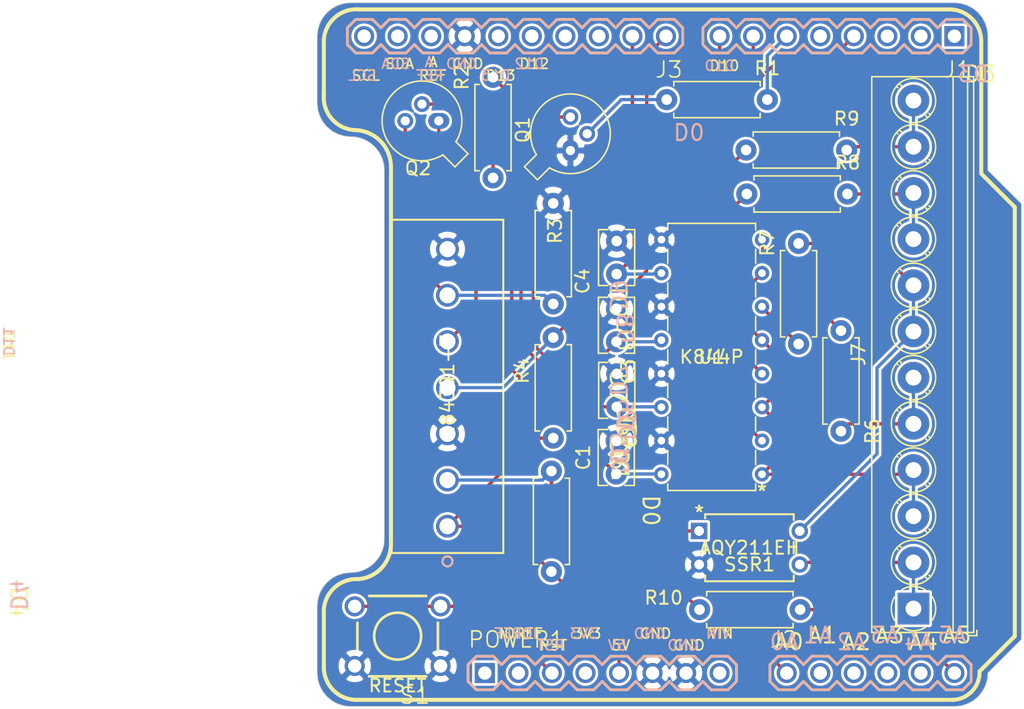
<source format=kicad_pcb>
(kicad_pcb (version 20171130) (host pcbnew "(5.1.5)-3")
  (layers (0 Top signal) (31 Bottom signal) (34 B.Paste user) (35 F.Paste user) (36 B.SilkS user) (37 F.SilkS user) (38 B.Mask user) (39 F.Mask user) (44 Edge.Cuts user))
  (net 0 "")
  (net 1 GND)
  (net 2 /RESET)
  (net 3 /D9)
  (net 4 /D8)
  (net 5 /D7)
  (net 6 /D6)
  (net 7 /D5)
  (net 8 /BOOSTERTACH)
  (net 9 /A5)
  (net 10 /A0)
  (net 11 /BOOSTERCTRL)
  (net 12 /BOOSTER10V)
  (net 13 /24VAC_HEAT)
  (net 14 /24VAC_COOL)
  (net 15 /24VAC_FAN)
  (net 16 /24VAC_HUM)
  (net 17 /24VAC_COM)
  (net 18 "Net-(R10-Pad1)")
  (net 19 /5V)
  (net 20 "Net-(R6-Pad1)")
  (net 21 "Net-(R7-Pad1)")
  (net 22 "Net-(R8-Pad1)")
  (net 23 "Net-(R9-Pad1)")
  (net 24 "Net-(Q1-Pad3)")
  (net 25 "Net-(Q1-Pad2)")
  (net 26 "Net-(Q2-Pad2)")
  (net 27 /D4)
  (net 28 /D2)
  (net 29 /D1_TX)
  (net 30 /D0_RX)
  (net 31 /A4)
  (net 32 /A3)
  (net 33 /A2)
  (net 34 /A1)
  (net 35 /SCL)
  (net 36 /SDA)
  (net 37 /AREF)
  (net 38 /D13_SCK)
  (net 39 /D12_MISO)
  (net 40 /D11_MOSI)
  (net 41 /D10)
  (net 42 /24VAC_PWR)
  (net 43 /VIN)
  (net 44 /3V3)
  (net 45 /IOREF)
  (net 46 /NC)
  (module Resistor_THT:R_Axial_DIN0207_L6.3mm_D2.5mm_P7.62mm_Horizontal (layer Top) (at 161.5 103.19 270)
    (fp_text reference R6 (at 7.62 -2.37 90) (layer F.SilkS))
    (fp_text value 4.7K)
    (pad 2 thru_hole oval (at 7.62 0 270) (size 1.6 1.6) (drill 0.8) (layers *.Cu *.Mask) (net 16 /24VAC_HUM))
    (pad 1 thru_hole circle (at 0 0 270) (size 1.6 1.6) (drill 0.8) (layers *.Cu *.Mask) (net 20 "Net-(R6-Pad1)"))
  )
  (module Package_TO_SOT_THT:TO-18-3 (layer Top) (at 131.04 87.29 180)
    (fp_text reference Q2 (at 1.57 -3.6) (layer F.SilkS))
    (fp_text value 2N2907A)
    (pad 3 thru_hole oval (at 2.54 0 180) (size 1.2 1.2) (drill 0.7) (layers *.Cu *.Mask) (net 11 /BOOSTERCTRL))
    (pad 2 thru_hole oval (at 1.27 1.27 180) (size 1.2 1.2) (drill 0.7) (layers *.Cu *.Mask) (net 26 "Net-(Q2-Pad2)"))
    (pad 1 thru_hole oval (at 0 0 180) (size 1.6 1.2) (drill 0.7) (layers *.Cu *.Mask) (net 12 /BOOSTER10V))
  )
  (module Package_TO_SOT_THT:TO-18-3 (layer Top) (at 141.01 89.54 90)
    (fp_text reference Q1 (at 1.57 -3.6 90) (layer F.SilkS))
    (fp_text value 2N2222A)
    (pad 3 thru_hole oval (at 2.54 0 90) (size 1.2 1.2) (drill 0.7) (layers *.Cu *.Mask) (net 24 "Net-(Q1-Pad3)"))
    (pad 2 thru_hole oval (at 1.27 1.27 90) (size 1.2 1.2) (drill 0.7) (layers *.Cu *.Mask) (net 25 "Net-(Q1-Pad2)"))
    (pad 1 thru_hole oval (at 0 0 90) (size 1.6 1.2) (drill 0.7) (layers *.Cu *.Mask) (net 1 GND))
  )
  (module TerminalBlock_Phoenix:TerminalBlock_Phoenix_PT-1,5-12-3.5-H_1x12_P3.50mm_Horizontal (layer Top) (at 166.99 124.25 90)
    (fp_text reference J7 (at 19.25 -4.16 90) (layer F.SilkS))
    (fp_text value Screw_Terminal_01x12)
    (pad 12 thru_hole circle (at 38.5 0 90) (size 2.4 2.4) (drill 1.2) (layers *.Cu *.Mask) (net 13 /24VAC_HEAT))
    (pad 11 thru_hole circle (at 35 0 90) (size 2.4 2.4) (drill 1.2) (layers *.Cu *.Mask) (net 13 /24VAC_HEAT))
    (pad 10 thru_hole circle (at 31.5 0 90) (size 2.4 2.4) (drill 1.2) (layers *.Cu *.Mask) (net 14 /24VAC_COOL))
    (pad 9 thru_hole circle (at 28 0 90) (size 2.4 2.4) (drill 1.2) (layers *.Cu *.Mask) (net 14 /24VAC_COOL))
    (pad 8 thru_hole circle (at 24.5 0 90) (size 2.4 2.4) (drill 1.2) (layers *.Cu *.Mask) (net 15 /24VAC_FAN))
    (pad 7 thru_hole circle (at 21 0 90) (size 2.4 2.4) (drill 1.2) (layers *.Cu *.Mask) (net 15 /24VAC_FAN))
    (pad 6 thru_hole circle (at 17.5 0 90) (size 2.4 2.4) (drill 1.2) (layers *.Cu *.Mask) (net 16 /24VAC_HUM))
    (pad 5 thru_hole circle (at 14 0 90) (size 2.4 2.4) (drill 1.2) (layers *.Cu *.Mask) (net 16 /24VAC_HUM))
    (pad 4 thru_hole circle (at 10.5 0 90) (size 2.4 2.4) (drill 1.2) (layers *.Cu *.Mask) (net 17 /24VAC_COM))
    (pad 3 thru_hole circle (at 7 0 90) (size 2.4 2.4) (drill 1.2) (layers *.Cu *.Mask) (net 17 /24VAC_COM))
    (pad 2 thru_hole circle (at 3.5 0 90) (size 2.4 2.4) (drill 1.2) (layers *.Cu *.Mask) (net 42 /24VAC_PWR))
    (pad 1 thru_hole rect (at 0 0 90) (size 2.4 2.4) (drill 1.2) (layers *.Cu *.Mask) (net 42 /24VAC_PWR))
  )
  (module Resistor_THT:R_Axial_DIN0207_L6.3mm_D2.5mm_P7.62mm_Horizontal (layer Top) (at 139.57 121.45 90)
    (fp_text reference R0 hide)
    (fp_text value 4.7K)
    (pad 2 thru_hole oval (at 7.62 0 90) (size 1.6 1.6) (drill 0.8) (layers *.Cu *.Mask) (net 10 /A0))
    (pad 1 thru_hole circle (at 0 0 90) (size 1.6 1.6) (drill 0.8) (layers *.Cu *.Mask) (net 19 /5V))
  )
  (module Resistor_THT:R_Axial_DIN0207_L6.3mm_D2.5mm_P7.62mm_Horizontal (layer Top) (at 139.71 111.33 90)
    (fp_text reference R4 (at 5.08 -2.37 90) (layer F.SilkS))
    (fp_text value 5.6k)
    (pad 2 thru_hole oval (at 7.62 0 90) (size 1.6 1.6) (drill 0.8) (layers *.Cu *.Mask) (net 8 /BOOSTERTACH))
    (pad 1 thru_hole circle (at 0 0 90) (size 1.6 1.6) (drill 0.8) (layers *.Cu *.Mask) (net 19 /5V))
  )
  (module Resistor_THT:R_Axial_DIN0207_L6.3mm_D2.5mm_P7.62mm_Horizontal (layer Top) (at 148.3 85.68)
    (fp_text reference R1 (at 7.62 -2.37) (layer F.SilkS))
    (fp_text value 4.7k)
    (pad 2 thru_hole oval (at 7.62 0) (size 1.6 1.6) (drill 0.8) (layers *.Cu *.Mask) (net 7 /D5))
    (pad 1 thru_hole circle (at 0 0) (size 1.6 1.6) (drill 0.8) (layers *.Cu *.Mask) (net 25 "Net-(Q1-Pad2)"))
  )
  (module Resistor_THT:R_Axial_DIN0207_L6.3mm_D2.5mm_P7.62mm_Horizontal (layer Top) (at 135.15 91.61 90)
    (fp_text reference R2 (at 7.62 -2.37 90) (layer F.SilkS))
    (fp_text value 33k)
    (pad 2 thru_hole oval (at 7.62 0 90) (size 1.6 1.6) (drill 0.8) (layers *.Cu *.Mask) (net 24 "Net-(Q1-Pad3)"))
    (pad 1 thru_hole circle (at 0 0 90) (size 1.6 1.6) (drill 0.8) (layers *.Cu *.Mask) (net 26 "Net-(Q2-Pad2)"))
  )
  (module Resistor_THT:R_Axial_DIN0207_L6.3mm_D2.5mm_P7.62mm_Horizontal (layer Top) (at 139.71 93.54 270)
    (fp_text reference R3 (at 2.1 -0.14 90) (layer F.SilkS))
    (fp_text value 15k)
    (pad 2 thru_hole oval (at 7.62 0 270) (size 1.6 1.6) (drill 0.8) (layers *.Cu *.Mask) (net 11 /BOOSTERCTRL))
    (pad 1 thru_hole circle (at 0 0 270) (size 1.6 1.6) (drill 0.8) (layers *.Cu *.Mask) (net 1 GND))
  )
  (module Resistor_THT:R_Axial_DIN0207_L6.3mm_D2.5mm_P7.62mm_Horizontal (layer Top) (at 158.29 104.2 90)
    (fp_text reference R7 (at 7.62 -2.37 90) (layer F.SilkS))
    (fp_text value 4.7K)
    (pad 2 thru_hole oval (at 7.62 0 90) (size 1.6 1.6) (drill 0.8) (layers *.Cu *.Mask) (net 15 /24VAC_FAN))
    (pad 1 thru_hole circle (at 0 0 90) (size 1.6 1.6) (drill 0.8) (layers *.Cu *.Mask) (net 21 "Net-(R7-Pad1)"))
  )
  (module Resistor_THT:R_Axial_DIN0207_L6.3mm_D2.5mm_P7.62mm_Horizontal (layer Top) (at 154.37 92.83)
    (fp_text reference R8 (at 7.62 -2.37) (layer F.SilkS))
    (fp_text value 4.7K)
    (pad 2 thru_hole oval (at 7.62 0) (size 1.6 1.6) (drill 0.8) (layers *.Cu *.Mask) (net 14 /24VAC_COOL))
    (pad 1 thru_hole circle (at 0 0) (size 1.6 1.6) (drill 0.8) (layers *.Cu *.Mask) (net 22 "Net-(R8-Pad1)"))
  )
  (module Resistor_THT:R_Axial_DIN0207_L6.3mm_D2.5mm_P7.62mm_Horizontal (layer Top) (at 154.31 89.5)
    (fp_text reference R9 (at 7.62 -2.37) (layer F.SilkS))
    (fp_text value 4.7K)
    (pad 2 thru_hole oval (at 7.62 0) (size 1.6 1.6) (drill 0.8) (layers *.Cu *.Mask) (net 13 /24VAC_HEAT))
    (pad 1 thru_hole circle (at 0 0) (size 1.6 1.6) (drill 0.8) (layers *.Cu *.Mask) (net 23 "Net-(R9-Pad1)"))
  )
  (module Resistor_THT:R_Axial_DIN0207_L6.3mm_D2.5mm_P7.62mm_Horizontal (layer Top) (at 150.79 124.33)
    (fp_text reference R10 (at -2.72 -0.9) (layer F.SilkS))
    (fp_text value 1k)
    (pad 1 thru_hole circle (at 0 0) (size 1.6 1.6) (drill 0.8) (layers *.Cu *.Mask) (net 18 "Net-(R10-Pad1)"))
    (pad 2 thru_hole oval (at 7.62 0) (size 1.6 1.6) (drill 0.8) (layers *.Cu *.Mask) (net 9 /A5))
  )
  (module footprintsK844P:K844P (layer Top) (at 155.52 114.07 180)
    (fp_text reference U1 (at 3.81 8.89) (layer F.SilkS))
    (fp_text value K844P (at 3.81 8.89) (layer F.SilkS))
    (fp_text user * (at 0 -1.3081) (layer F.SilkS))
    (fp_text user * (at 0 -1.3081) (layer F.SilkS))
    (pad 16 thru_hole circle (at 7.62 0 180) (size 1.0922 1.0922) (drill 0.5842) (layers *.Cu *.Mask) (net 3 /D9))
    (pad 15 thru_hole circle (at 7.62 2.54 180) (size 1.0922 1.0922) (drill 0.5842) (layers *.Cu *.Mask) (net 1 GND))
    (pad 14 thru_hole circle (at 7.62 5.08 180) (size 1.0922 1.0922) (drill 0.5842) (layers *.Cu *.Mask) (net 4 /D8))
    (pad 13 thru_hole circle (at 7.62 7.62 180) (size 1.0922 1.0922) (drill 0.5842) (layers *.Cu *.Mask) (net 1 GND))
    (pad 12 thru_hole circle (at 7.62 10.16 180) (size 1.0922 1.0922) (drill 0.5842) (layers *.Cu *.Mask) (net 5 /D7))
    (pad 11 thru_hole circle (at 7.62 12.7 180) (size 1.0922 1.0922) (drill 0.5842) (layers *.Cu *.Mask) (net 1 GND))
    (pad 10 thru_hole circle (at 7.62 15.24 180) (size 1.0922 1.0922) (drill 0.5842) (layers *.Cu *.Mask) (net 6 /D6))
    (pad 9 thru_hole circle (at 7.62 17.78 180) (size 1.0922 1.0922) (drill 0.5842) (layers *.Cu *.Mask) (net 1 GND))
    (pad 8 thru_hole circle (at 0 17.78 180) (size 1.0922 1.0922) (drill 0.5842) (layers *.Cu *.Mask) (net 20 "Net-(R6-Pad1)"))
    (pad 7 thru_hole circle (at 0 15.24 180) (size 1.0922 1.0922) (drill 0.5842) (layers *.Cu *.Mask) (net 17 /24VAC_COM))
    (pad 6 thru_hole circle (at 0 12.7 180) (size 1.0922 1.0922) (drill 0.5842) (layers *.Cu *.Mask) (net 21 "Net-(R7-Pad1)"))
    (pad 5 thru_hole circle (at 0 10.16 180) (size 1.0922 1.0922) (drill 0.5842) (layers *.Cu *.Mask) (net 17 /24VAC_COM))
    (pad 4 thru_hole circle (at 0 7.62 180) (size 1.0922 1.0922) (drill 0.5842) (layers *.Cu *.Mask) (net 22 "Net-(R8-Pad1)"))
    (pad 3 thru_hole circle (at 0 5.08 180) (size 1.0922 1.0922) (drill 0.5842) (layers *.Cu *.Mask) (net 17 /24VAC_COM))
    (pad 2 thru_hole circle (at 0 2.54 180) (size 1.0922 1.0922) (drill 0.5842) (layers *.Cu *.Mask) (net 23 "Net-(R9-Pad1)"))
    (pad 1 thru_hole circle (at 0 0 180) (size 1.0922 1.0922) (drill 0.5842) (layers *.Cu *.Mask) (net 17 /24VAC_COM))
  )
  (module Capacitor_THT:C_Rect_L4.0mm_W2.5mm_P2.50mm (layer Top) (at 144.52 108.96 90)
    (fp_text reference C2 (at -2.21 1 90) (layer F.SilkS))
    (fp_text value 0.1uF)
    (pad 2 thru_hole circle (at 2.5 0 90) (size 1.6 1.6) (drill 0.8) (layers *.Cu *.Mask) (net 1 GND))
    (pad 1 thru_hole circle (at 0 0 90) (size 1.6 1.6) (drill 0.8) (layers *.Cu *.Mask) (net 4 /D8))
  )
  (module footprints:AQY211EH (layer Top) (at 158.38 120.91)
    (fp_text reference SSR1 (at -3.81 0) (layer F.SilkS))
    (fp_text value AQY211EH (at -3.81 -1.27) (layer F.SilkS))
    (fp_text user * (at -7.62 -3.9243) (layer F.SilkS))
    (pad 4 thru_hole circle (at 0 -2.54) (size 1.2446 1.2446) (drill 0.7366) (layers *.Cu *.Mask) (net 15 /24VAC_FAN))
    (pad 3 thru_hole circle (at 0 0) (size 1.2446 1.2446) (drill 0.7366) (layers *.Cu *.Mask) (net 42 /24VAC_PWR))
    (pad 2 thru_hole circle (at -7.62 0) (size 1.2446 1.2446) (drill 0.7366) (layers *.Cu *.Mask) (net 1 GND))
    (pad 1 thru_hole rect (at -7.62 -2.54) (size 1.2446 1.2446) (drill 0.7366) (layers *.Cu *.Mask) (net 18 "Net-(R10-Pad1)"))
  )
  (module ul_2843917:284391-7 (layer Top) (at 131.7 118.01 90)
    (fp_text reference J4 (at 10.600002 0 90) (layer F.SilkS))
    (fp_text value 284391-7 (at 10.600002 0 90) (layer F.SilkS))
    (fp_text user * (at 0 0 90) (layer F.SilkS))
    (pad 7 thru_hole circle (at 21.000004 0 90) (size 1.7272 1.7272) (drill 1.2192) (layers *.Cu *.Mask) (net 1 GND))
    (pad 6 thru_hole circle (at 17.500003 0 90) (size 1.7272 1.7272) (drill 1.2192) (layers *.Cu *.Mask) (net 11 /BOOSTERCTRL))
    (pad 5 thru_hole circle (at 14.000002 0 90) (size 1.7272 1.7272) (drill 1.2192) (layers *.Cu *.Mask) (net 12 /BOOSTER10V))
    (pad 4 thru_hole circle (at 10.500002 0 90) (size 1.7272 1.7272) (drill 1.2192) (layers *.Cu *.Mask) (net 8 /BOOSTERTACH))
    (pad 3 thru_hole circle (at 7.000001 0 90) (size 1.7272 1.7272) (drill 1.2192) (layers *.Cu *.Mask) (net 1 GND))
    (pad 2 thru_hole circle (at 3.500001 0 90) (size 1.7272 1.7272) (drill 1.2192) (layers *.Cu *.Mask) (net 10 /A0))
    (pad 1 thru_hole circle (at 0 0 90) (size 1.7272 1.7272) (drill 1.2192) (layers *.Cu *.Mask) (net 19 /5V))
  )
  (module Capacitor_THT:C_Rect_L4.0mm_W2.5mm_P2.50mm (layer Top) (at 144.51 98.9 90)
    (fp_text reference C4 (at -0.54 -2.58 90) (layer F.SilkS))
    (fp_text value 0.1uF)
    (pad 2 thru_hole circle (at 2.5 0 90) (size 1.6 1.6) (drill 0.8) (layers *.Cu *.Mask) (net 1 GND))
    (pad 1 thru_hole circle (at 0 0 90) (size 1.6 1.6) (drill 0.8) (layers *.Cu *.Mask) (net 6 /D6))
  )
  (module Capacitor_THT:C_Rect_L4.0mm_W2.5mm_P2.50mm (layer Top) (at 144.5 104.03 90)
    (fp_text reference C3 (at -2.25 0.89 90) (layer F.SilkS))
    (fp_text value 0.1uF)
    (pad 2 thru_hole circle (at 2.5 0 90) (size 1.6 1.6) (drill 0.8) (layers *.Cu *.Mask) (net 1 GND))
    (pad 1 thru_hole circle (at 0 0 90) (size 1.6 1.6) (drill 0.8) (layers *.Cu *.Mask) (net 5 /D7))
  )
  (module Capacitor_THT:C_Rect_L4.0mm_W2.5mm_P2.50mm (layer Top) (at 144.48 114.05 90)
    (fp_text reference C1 (at 1.25 -2.5 90) (layer F.SilkS))
    (fp_text value 0.1uF)
    (pad 2 thru_hole circle (at 2.5 0 90) (size 1.6 1.6) (drill 0.8) (layers *.Cu *.Mask) (net 1 GND))
    (pad 1 thru_hole circle (at 0 0 90) (size 1.6 1.6) (drill 0.8) (layers *.Cu *.Mask) (net 3 /D9))
  )
  (module ProtoShieldShort:1X06 (layer Top) (at 157.3911 129.1336)
    (fp_text reference J2 (at -1.3462 -1.8288) (layer F.SilkS) (effects (font (size 1.2065 1.2065) (thickness 0.127)) (justify left bottom)))
    (fp_text value Analog)
    (pad 6 thru_hole circle (at 12.7 0 90) (size 1.524 1.524) (drill 1.016) (layers *.Cu *.Mask) (net 9 /A5))
    (pad 5 thru_hole circle (at 10.16 0 90) (size 1.524 1.524) (drill 1.016) (layers *.Cu *.Mask) (net 31 /A4))
    (pad 4 thru_hole circle (at 7.62 0 90) (size 1.524 1.524) (drill 1.016) (layers *.Cu *.Mask) (net 32 /A3))
    (pad 3 thru_hole circle (at 5.08 0 90) (size 1.524 1.524) (drill 1.016) (layers *.Cu *.Mask) (net 33 /A2))
    (pad 2 thru_hole circle (at 2.54 0 90) (size 1.524 1.524) (drill 1.016) (layers *.Cu *.Mask) (net 34 /A1))
    (pad 1 thru_hole circle (at 0 0 90) (size 1.524 1.524) (drill 1.016) (layers *.Cu *.Mask) (net 10 /A0))
  )
  (module ProtoShieldShort:1X08 (layer Top) (at 170.0911 80.8736 180)
    (fp_text reference J1 (at -1.3462 -1.8288 180) (layer F.SilkS) (effects (font (size 1.2065 1.2065) (thickness 0.127)) (justify right top)))
    (fp_text value Digital_0_7)
    (pad 8 thru_hole circle (at 17.78 0 270) (size 1.524 1.524) (drill 1.016) (layers *.Cu *.Mask) (net 5 /D7))
    (pad 7 thru_hole circle (at 15.24 0 270) (size 1.524 1.524) (drill 1.016) (layers *.Cu *.Mask) (net 6 /D6))
    (pad 6 thru_hole circle (at 12.7 0 270) (size 1.524 1.524) (drill 1.016) (layers *.Cu *.Mask) (net 7 /D5))
    (pad 5 thru_hole circle (at 10.16 0 270) (size 1.524 1.524) (drill 1.016) (layers *.Cu *.Mask) (net 27 /D4))
    (pad 4 thru_hole circle (at 7.62 0 270) (size 1.524 1.524) (drill 1.016) (layers *.Cu *.Mask) (net 8 /BOOSTERTACH))
    (pad 3 thru_hole circle (at 5.08 0 270) (size 1.524 1.524) (drill 1.016) (layers *.Cu *.Mask) (net 28 /D2))
    (pad 2 thru_hole circle (at 2.54 0 270) (size 1.524 1.524) (drill 1.016) (layers *.Cu *.Mask) (net 29 /D1_TX))
    (pad 1 thru_hole rect (at 0 0 270) (size 1.524 1.524) (drill 1.016) (layers *.Cu *.Mask) (net 30 /D0_RX))
  )
  (module ProtoShieldShort:1X10 (layer Top) (at 148.2471 80.8736 180)
    (fp_text reference J3 (at -1.3462 -1.8288 180) (layer F.SilkS) (effects (font (size 1.2065 1.2065) (thickness 0.127)) (justify right top)))
    (fp_text value Digital_8_13)
    (pad 10 thru_hole circle (at 22.86 0 270) (size 1.524 1.524) (drill 1.016) (layers *.Cu *.Mask) (net 35 /SCL))
    (pad 9 thru_hole circle (at 20.32 0 270) (size 1.524 1.524) (drill 1.016) (layers *.Cu *.Mask) (net 36 /SDA))
    (pad 8 thru_hole circle (at 17.78 0 270) (size 1.524 1.524) (drill 1.016) (layers *.Cu *.Mask) (net 37 /AREF))
    (pad 7 thru_hole circle (at 15.24 0 270) (size 1.524 1.524) (drill 1.016) (layers *.Cu *.Mask) (net 1 GND))
    (pad 6 thru_hole circle (at 12.7 0 270) (size 1.524 1.524) (drill 1.016) (layers *.Cu *.Mask) (net 38 /D13_SCK))
    (pad 5 thru_hole circle (at 10.16 0 270) (size 1.524 1.524) (drill 1.016) (layers *.Cu *.Mask) (net 39 /D12_MISO))
    (pad 4 thru_hole circle (at 7.62 0 270) (size 1.524 1.524) (drill 1.016) (layers *.Cu *.Mask) (net 40 /D11_MOSI))
    (pad 3 thru_hole circle (at 5.08 0 270) (size 1.524 1.524) (drill 1.016) (layers *.Cu *.Mask) (net 41 /D10))
    (pad 2 thru_hole circle (at 2.54 0 270) (size 1.524 1.524) (drill 1.016) (layers *.Cu *.Mask) (net 3 /D9))
    (pad 1 thru_hole circle (at 0 0 270) (size 1.524 1.524) (drill 1.016) (layers *.Cu *.Mask) (net 4 /D8))
  )
  (module ProtoShieldShort:TACTILE-PTH (layer Top) (at 127.9271 126.3396 180)
    (fp_text reference S1 (at -2.54 -3.81 180) (layer F.SilkS) (effects (font (size 1.2065 1.2065) (thickness 0.127)) (justify right top)))
    (fp_text value RESET hide)
    (pad 4 thru_hole circle (at 3.2512 2.2606 180) (size 1.524 1.524) (drill 1.016) (layers *.Cu *.Mask) (net 2 /RESET))
    (pad 3 thru_hole circle (at -3.2512 2.2606 180) (size 1.524 1.524) (drill 1.016) (layers *.Cu *.Mask) (net 2 /RESET))
    (pad 2 thru_hole circle (at 3.2512 -2.2606 180) (size 1.524 1.524) (drill 1.016) (layers *.Cu *.Mask) (net 1 GND))
    (pad 1 thru_hole circle (at -3.2512 -2.2606 180) (size 1.524 1.524) (drill 1.016) (layers *.Cu *.Mask) (net 1 GND))
  )
  (module ProtoShieldShort:1X08 (layer Top) (at 134.5311 129.1336)
    (fp_text reference POWER1 (at -1.3462 -1.8288) (layer F.SilkS) (effects (font (size 1.2065 1.2065) (thickness 0.127)) (justify left bottom)))
    (fp_text value Power)
    (pad 8 thru_hole circle (at 17.78 0 90) (size 1.524 1.524) (drill 1.016) (layers *.Cu *.Mask) (net 43 /VIN))
    (pad 7 thru_hole circle (at 15.24 0 90) (size 1.524 1.524) (drill 1.016) (layers *.Cu *.Mask) (net 1 GND))
    (pad 6 thru_hole circle (at 12.7 0 90) (size 1.524 1.524) (drill 1.016) (layers *.Cu *.Mask) (net 1 GND))
    (pad 5 thru_hole circle (at 10.16 0 90) (size 1.524 1.524) (drill 1.016) (layers *.Cu *.Mask) (net 19 /5V))
    (pad 4 thru_hole circle (at 7.62 0 90) (size 1.524 1.524) (drill 1.016) (layers *.Cu *.Mask) (net 44 /3V3))
    (pad 3 thru_hole circle (at 5.08 0 90) (size 1.524 1.524) (drill 1.016) (layers *.Cu *.Mask) (net 2 /RESET))
    (pad 2 thru_hole circle (at 2.54 0 90) (size 1.524 1.524) (drill 1.016) (layers *.Cu *.Mask) (net 45 /IOREF))
    (pad 1 thru_hole rect (at 0 0 90) (size 1.524 1.524) (drill 1.016) (layers *.Cu *.Mask) (net 46 /NC))
  )
  (gr_text D7 (at 143.9074 108.2571 270) (layer B.SilkS) (effects (font (size 1.2065 1.2065) (thickness 0.1651)) (justify left bottom mirror)))
  (gr_text D7 (at 143.9074 106.2251 270) (layer F.SilkS) (effects (font (size 1.2065 1.2065) (thickness 0.1651)) (justify left bottom)))
  (gr_text D3 (at 170.7751 84.4526) (layer F.SilkS) (effects (font (size 1.2065 1.2065) (thickness 0.1651)) (justify left bottom)))
  (gr_text D1 (at 144.0574 112.1451 270) (layer F.SilkS) (effects (font (size 1.2065 1.2065) (thickness 0.1651)) (justify left bottom)))
  (gr_text D5 (at 143.9074 113.3371 270) (layer B.SilkS) (effects (font (size 1.2065 1.2065) (thickness 0.1651)) (justify left bottom mirror)))
  (gr_text D3 (at 172.8071 84.4526) (layer B.SilkS) (effects (font (size 1.2065 1.2065) (thickness 0.1651)) (justify left bottom mirror)))
  (gr_text D5 (at 143.9074 111.3051 270) (layer F.SilkS) (effects (font (size 1.2065 1.2065) (thickness 0.1651)) (justify left bottom)))
  (gr_text D1 (at 144.0574 114.1771 270) (layer B.SilkS) (effects (font (size 1.2065 1.2065) (thickness 0.1651)) (justify left bottom mirror)))
  (gr_arc (start 124.3711 129.1336) (end 121.8311 129.1336) (angle -90) (layer Edge.Cuts) (width 0.05))
  (gr_line (start 124.3711 131.6736) (end 170.0911 131.6736) (layer Edge.Cuts) (width 0.05))
  (gr_arc (start 170.0911 129.1336) (end 170.0911 131.6736) (angle -90) (layer Edge.Cuts) (width 0.05))
  (gr_line (start 172.6311 129.1336) (end 175.1711 126.5936) (layer Edge.Cuts) (width 0.05))
  (gr_line (start 175.1711 126.5936) (end 175.1711 93.5736) (layer Edge.Cuts) (width 0.05))
  (gr_line (start 175.1711 93.5736) (end 172.6311 91.0336) (layer Edge.Cuts) (width 0.05))
  (gr_line (start 172.6311 91.0336) (end 172.6311 80.8736) (layer Edge.Cuts) (width 0.05))
  (gr_arc (start 170.0911 80.8736) (end 172.6311 80.8736) (angle -90) (layer Edge.Cuts) (width 0.05))
  (gr_line (start 170.0911 78.3336) (end 124.3711 78.3336) (layer Edge.Cuts) (width 0.05))
  (gr_arc (start 124.3711 80.8736) (end 124.3711 78.3336) (angle -90) (layer Edge.Cuts) (width 0.05))
  (gr_line (start 121.8311 80.8736) (end 121.8311 85.9536) (layer Edge.Cuts) (width 0.05))
  (gr_arc (start 124.3711 85.9536) (end 121.8311 85.9536) (angle -90) (layer Edge.Cuts) (width 0.05))
  (gr_arc (start 124.3711 91.0336) (end 124.3711 88.4936) (angle 90) (layer Edge.Cuts) (width 0.05))
  (gr_line (start 126.9111 91.0336) (end 126.9111 118.9736) (layer Edge.Cuts) (width 0.05))
  (gr_arc (start 124.3711 118.9736) (end 126.9111 118.9736) (angle 90) (layer Edge.Cuts) (width 0.05))
  (gr_arc (start 124.3711 124.0536) (end 124.3711 121.5136) (angle -90) (layer Edge.Cuts) (width 0.05))
  (gr_line (start 121.8311 124.0536) (end 121.8311 129.1336) (layer Edge.Cuts) (width 0.05))
  (gr_line (start 171.3611 80.2386) (end 170.7261 79.6036) (layer B.SilkS) (width 0.2032))
  (gr_line (start 170.7261 79.6036) (end 169.4561 79.6036) (layer B.SilkS) (width 0.2032))
  (gr_line (start 169.4561 79.6036) (end 168.8211 80.2386) (layer B.SilkS) (width 0.2032))
  (gr_line (start 168.8211 80.2386) (end 168.1861 79.6036) (layer B.SilkS) (width 0.2032))
  (gr_line (start 168.1861 79.6036) (end 166.9161 79.6036) (layer B.SilkS) (width 0.2032))
  (gr_line (start 166.9161 79.6036) (end 166.2811 80.2386) (layer B.SilkS) (width 0.2032))
  (gr_line (start 166.2811 80.2386) (end 165.6461 79.6036) (layer B.SilkS) (width 0.2032))
  (gr_line (start 165.6461 79.6036) (end 164.3761 79.6036) (layer B.SilkS) (width 0.2032))
  (gr_line (start 164.3761 79.6036) (end 163.7411 80.2386) (layer B.SilkS) (width 0.2032))
  (gr_line (start 163.7411 80.2386) (end 163.1061 79.6036) (layer B.SilkS) (width 0.2032))
  (gr_line (start 163.1061 79.6036) (end 161.8361 79.6036) (layer B.SilkS) (width 0.2032))
  (gr_line (start 161.8361 79.6036) (end 161.2011 80.2386) (layer B.SilkS) (width 0.2032))
  (gr_line (start 161.2011 80.2386) (end 160.5661 79.6036) (layer B.SilkS) (width 0.2032))
  (gr_line (start 160.5661 79.6036) (end 159.2961 79.6036) (layer B.SilkS) (width 0.2032))
  (gr_line (start 159.2961 79.6036) (end 158.6611 80.2386) (layer B.SilkS) (width 0.2032))
  (gr_line (start 158.6611 80.2386) (end 158.0261 79.6036) (layer B.SilkS) (width 0.2032))
  (gr_line (start 158.0261 79.6036) (end 156.7561 79.6036) (layer B.SilkS) (width 0.2032))
  (gr_line (start 156.7561 79.6036) (end 156.1211 80.2386) (layer B.SilkS) (width 0.2032))
  (gr_line (start 156.1211 80.2386) (end 155.4861 79.6036) (layer B.SilkS) (width 0.2032))
  (gr_line (start 155.4861 79.6036) (end 154.2161 79.6036) (layer B.SilkS) (width 0.2032))
  (gr_line (start 154.2161 79.6036) (end 153.5811 80.2386) (layer B.SilkS) (width 0.2032))
  (gr_line (start 153.5811 80.2386) (end 152.9461 79.6036) (layer B.SilkS) (width 0.2032))
  (gr_line (start 152.9461 79.6036) (end 151.6761 79.6036) (layer B.SilkS) (width 0.2032))
  (gr_line (start 151.6761 79.6036) (end 151.0411 80.2386) (layer B.SilkS) (width 0.2032))
  (gr_line (start 151.0411 80.2386) (end 151.0411 81.5086) (layer B.SilkS) (width 0.2032))
  (gr_line (start 151.0411 81.5086) (end 151.6761 82.1436) (layer B.SilkS) (width 0.2032))
  (gr_line (start 151.6761 82.1436) (end 152.9461 82.1436) (layer B.SilkS) (width 0.2032))
  (gr_line (start 152.9461 82.1436) (end 153.5811 81.5086) (layer B.SilkS) (width 0.2032))
  (gr_line (start 153.5811 81.5086) (end 154.2161 82.1436) (layer B.SilkS) (width 0.2032))
  (gr_line (start 154.2161 82.1436) (end 155.4861 82.1436) (layer B.SilkS) (width 0.2032))
  (gr_line (start 155.4861 82.1436) (end 156.1211 81.5086) (layer B.SilkS) (width 0.2032))
  (gr_line (start 156.1211 81.5086) (end 156.7561 82.1436) (layer B.SilkS) (width 0.2032))
  (gr_line (start 156.7561 82.1436) (end 158.0261 82.1436) (layer B.SilkS) (width 0.2032))
  (gr_line (start 158.0261 82.1436) (end 158.6611 81.5086) (layer B.SilkS) (width 0.2032))
  (gr_line (start 158.6611 81.5086) (end 159.2961 82.1436) (layer B.SilkS) (width 0.2032))
  (gr_line (start 159.2961 82.1436) (end 160.5661 82.1436) (layer B.SilkS) (width 0.2032))
  (gr_line (start 160.5661 82.1436) (end 161.2011 81.5086) (layer B.SilkS) (width 0.2032))
  (gr_line (start 161.2011 81.5086) (end 161.8361 82.1436) (layer B.SilkS) (width 0.2032))
  (gr_line (start 161.8361 82.1436) (end 163.1061 82.1436) (layer B.SilkS) (width 0.2032))
  (gr_line (start 163.1061 82.1436) (end 163.7411 81.5086) (layer B.SilkS) (width 0.2032))
  (gr_line (start 163.7411 81.5086) (end 164.3761 82.1436) (layer B.SilkS) (width 0.2032))
  (gr_line (start 164.3761 82.1436) (end 165.6461 82.1436) (layer B.SilkS) (width 0.2032))
  (gr_line (start 165.6461 82.1436) (end 166.2811 81.5086) (layer B.SilkS) (width 0.2032))
  (gr_line (start 166.2811 81.5086) (end 166.9161 82.1436) (layer B.SilkS) (width 0.2032))
  (gr_line (start 166.9161 82.1436) (end 168.1861 82.1436) (layer B.SilkS) (width 0.2032))
  (gr_line (start 168.1861 82.1436) (end 168.8211 81.5086) (layer B.SilkS) (width 0.2032))
  (gr_line (start 168.8211 81.5086) (end 169.4561 82.1436) (layer B.SilkS) (width 0.2032))
  (gr_line (start 169.4561 82.1436) (end 170.7261 82.1436) (layer B.SilkS) (width 0.2032))
  (gr_line (start 170.7261 82.1436) (end 171.3611 81.5086) (layer B.SilkS) (width 0.2032))
  (gr_line (start 171.3611 81.5086) (end 171.3611 80.2386) (layer B.SilkS) (width 0.2032))
  (gr_line (start 149.5171 80.2386) (end 148.8821 79.6036) (layer B.SilkS) (width 0.2032))
  (gr_line (start 148.8821 79.6036) (end 147.6121 79.6036) (layer B.SilkS) (width 0.2032))
  (gr_line (start 147.6121 79.6036) (end 146.9771 80.2386) (layer B.SilkS) (width 0.2032))
  (gr_line (start 146.9771 80.2386) (end 146.3421 79.6036) (layer B.SilkS) (width 0.2032))
  (gr_line (start 146.3421 79.6036) (end 145.0721 79.6036) (layer B.SilkS) (width 0.2032))
  (gr_line (start 145.0721 79.6036) (end 144.4371 80.2386) (layer B.SilkS) (width 0.2032))
  (gr_line (start 144.4371 80.2386) (end 143.8021 79.6036) (layer B.SilkS) (width 0.2032))
  (gr_line (start 143.8021 79.6036) (end 142.5321 79.6036) (layer B.SilkS) (width 0.2032))
  (gr_line (start 142.5321 79.6036) (end 141.8971 80.2386) (layer B.SilkS) (width 0.2032))
  (gr_line (start 141.8971 80.2386) (end 141.2621 79.6036) (layer B.SilkS) (width 0.2032))
  (gr_line (start 141.2621 79.6036) (end 139.9921 79.6036) (layer B.SilkS) (width 0.2032))
  (gr_line (start 139.9921 79.6036) (end 139.3571 80.2386) (layer B.SilkS) (width 0.2032))
  (gr_line (start 139.3571 80.2386) (end 138.7221 79.6036) (layer B.SilkS) (width 0.2032))
  (gr_line (start 138.7221 79.6036) (end 137.4521 79.6036) (layer B.SilkS) (width 0.2032))
  (gr_line (start 137.4521 79.6036) (end 136.8171 80.2386) (layer B.SilkS) (width 0.2032))
  (gr_line (start 136.8171 80.2386) (end 136.1821 79.6036) (layer B.SilkS) (width 0.2032))
  (gr_line (start 136.1821 79.6036) (end 134.9121 79.6036) (layer B.SilkS) (width 0.2032))
  (gr_line (start 134.9121 79.6036) (end 134.2771 80.2386) (layer B.SilkS) (width 0.2032))
  (gr_line (start 134.2771 80.2386) (end 133.6421 79.6036) (layer B.SilkS) (width 0.2032))
  (gr_line (start 133.6421 79.6036) (end 132.3721 79.6036) (layer B.SilkS) (width 0.2032))
  (gr_line (start 132.3721 79.6036) (end 131.7371 80.2386) (layer B.SilkS) (width 0.2032))
  (gr_line (start 131.7371 80.2386) (end 131.1021 79.6036) (layer B.SilkS) (width 0.2032))
  (gr_line (start 131.1021 79.6036) (end 129.8321 79.6036) (layer B.SilkS) (width 0.2032))
  (gr_line (start 129.8321 79.6036) (end 129.1971 80.2386) (layer B.SilkS) (width 0.2032))
  (gr_line (start 129.1971 81.5086) (end 129.8321 82.1436) (layer B.SilkS) (width 0.2032))
  (gr_line (start 129.8321 82.1436) (end 131.1021 82.1436) (layer B.SilkS) (width 0.2032))
  (gr_line (start 131.1021 82.1436) (end 131.7371 81.5086) (layer B.SilkS) (width 0.2032))
  (gr_line (start 131.7371 81.5086) (end 132.3721 82.1436) (layer B.SilkS) (width 0.2032))
  (gr_line (start 132.3721 82.1436) (end 133.6421 82.1436) (layer B.SilkS) (width 0.2032))
  (gr_line (start 133.6421 82.1436) (end 134.2771 81.5086) (layer B.SilkS) (width 0.2032))
  (gr_line (start 134.2771 81.5086) (end 134.9121 82.1436) (layer B.SilkS) (width 0.2032))
  (gr_line (start 134.9121 82.1436) (end 136.1821 82.1436) (layer B.SilkS) (width 0.2032))
  (gr_line (start 136.1821 82.1436) (end 136.8171 81.5086) (layer B.SilkS) (width 0.2032))
  (gr_line (start 136.8171 81.5086) (end 137.4521 82.1436) (layer B.SilkS) (width 0.2032))
  (gr_line (start 137.4521 82.1436) (end 138.7221 82.1436) (layer B.SilkS) (width 0.2032))
  (gr_line (start 138.7221 82.1436) (end 139.3571 81.5086) (layer B.SilkS) (width 0.2032))
  (gr_line (start 139.3571 81.5086) (end 139.9921 82.1436) (layer B.SilkS) (width 0.2032))
  (gr_line (start 139.9921 82.1436) (end 141.2621 82.1436) (layer B.SilkS) (width 0.2032))
  (gr_line (start 141.2621 82.1436) (end 141.8971 81.5086) (layer B.SilkS) (width 0.2032))
  (gr_line (start 141.8971 81.5086) (end 142.5321 82.1436) (layer B.SilkS) (width 0.2032))
  (gr_line (start 142.5321 82.1436) (end 143.8021 82.1436) (layer B.SilkS) (width 0.2032))
  (gr_line (start 143.8021 82.1436) (end 144.4371 81.5086) (layer B.SilkS) (width 0.2032))
  (gr_line (start 144.4371 81.5086) (end 145.0721 82.1436) (layer B.SilkS) (width 0.2032))
  (gr_line (start 145.0721 82.1436) (end 146.3421 82.1436) (layer B.SilkS) (width 0.2032))
  (gr_line (start 146.3421 82.1436) (end 146.9771 81.5086) (layer B.SilkS) (width 0.2032))
  (gr_line (start 146.9771 81.5086) (end 147.6121 82.1436) (layer B.SilkS) (width 0.2032))
  (gr_line (start 147.6121 82.1436) (end 148.8821 82.1436) (layer B.SilkS) (width 0.2032))
  (gr_line (start 148.8821 82.1436) (end 149.5171 81.5086) (layer B.SilkS) (width 0.2032))
  (gr_line (start 149.5171 81.5086) (end 149.5171 80.2386) (layer B.SilkS) (width 0.2032))
  (gr_line (start 171.3611 128.4986) (end 170.7261 127.8636) (layer B.SilkS) (width 0.2032))
  (gr_line (start 170.7261 127.8636) (end 169.4561 127.8636) (layer B.SilkS) (width 0.2032))
  (gr_line (start 169.4561 127.8636) (end 168.8211 128.4986) (layer B.SilkS) (width 0.2032))
  (gr_line (start 168.8211 128.4986) (end 168.1861 127.8636) (layer B.SilkS) (width 0.2032))
  (gr_line (start 168.1861 127.8636) (end 166.9161 127.8636) (layer B.SilkS) (width 0.2032))
  (gr_line (start 166.9161 127.8636) (end 166.2811 128.4986) (layer B.SilkS) (width 0.2032))
  (gr_line (start 166.2811 128.4986) (end 165.6461 127.8636) (layer B.SilkS) (width 0.2032))
  (gr_line (start 165.6461 127.8636) (end 164.3761 127.8636) (layer B.SilkS) (width 0.2032))
  (gr_line (start 164.3761 127.8636) (end 163.7411 128.4986) (layer B.SilkS) (width 0.2032))
  (gr_line (start 163.7411 128.4986) (end 163.1061 127.8636) (layer B.SilkS) (width 0.2032))
  (gr_line (start 163.1061 127.8636) (end 161.8361 127.8636) (layer B.SilkS) (width 0.2032))
  (gr_line (start 161.8361 127.8636) (end 161.2011 128.4986) (layer B.SilkS) (width 0.2032))
  (gr_line (start 161.2011 128.4986) (end 160.5661 127.8636) (layer B.SilkS) (width 0.2032))
  (gr_line (start 160.5661 127.8636) (end 159.2961 127.8636) (layer B.SilkS) (width 0.2032))
  (gr_line (start 159.2961 127.8636) (end 158.6611 128.4986) (layer B.SilkS) (width 0.2032))
  (gr_line (start 158.6611 128.4986) (end 158.0261 127.8636) (layer B.SilkS) (width 0.2032))
  (gr_line (start 158.0261 127.8636) (end 156.7561 127.8636) (layer B.SilkS) (width 0.2032))
  (gr_line (start 156.7561 127.8636) (end 156.1211 128.4986) (layer B.SilkS) (width 0.2032))
  (gr_line (start 156.1211 128.4986) (end 156.1211 129.7686) (layer B.SilkS) (width 0.2032))
  (gr_line (start 156.1211 129.7686) (end 156.7561 130.4036) (layer B.SilkS) (width 0.2032))
  (gr_line (start 156.7561 130.4036) (end 158.0261 130.4036) (layer B.SilkS) (width 0.2032))
  (gr_line (start 158.0261 130.4036) (end 158.6611 129.7686) (layer B.SilkS) (width 0.2032))
  (gr_line (start 158.6611 129.7686) (end 159.2961 130.4036) (layer B.SilkS) (width 0.2032))
  (gr_line (start 159.2961 130.4036) (end 160.5661 130.4036) (layer B.SilkS) (width 0.2032))
  (gr_line (start 160.5661 130.4036) (end 161.2011 129.7686) (layer B.SilkS) (width 0.2032))
  (gr_line (start 161.2011 129.7686) (end 161.8361 130.4036) (layer B.SilkS) (width 0.2032))
  (gr_line (start 161.8361 130.4036) (end 163.1061 130.4036) (layer B.SilkS) (width 0.2032))
  (gr_line (start 163.1061 130.4036) (end 163.7411 129.7686) (layer B.SilkS) (width 0.2032))
  (gr_line (start 163.7411 129.7686) (end 164.3761 130.4036) (layer B.SilkS) (width 0.2032))
  (gr_line (start 164.3761 130.4036) (end 165.6461 130.4036) (layer B.SilkS) (width 0.2032))
  (gr_line (start 165.6461 130.4036) (end 166.2811 129.7686) (layer B.SilkS) (width 0.2032))
  (gr_line (start 166.2811 129.7686) (end 166.9161 130.4036) (layer B.SilkS) (width 0.2032))
  (gr_line (start 166.9161 130.4036) (end 168.1861 130.4036) (layer B.SilkS) (width 0.2032))
  (gr_line (start 168.1861 130.4036) (end 168.8211 129.7686) (layer B.SilkS) (width 0.2032))
  (gr_line (start 168.8211 129.7686) (end 169.4561 130.4036) (layer B.SilkS) (width 0.2032))
  (gr_line (start 169.4561 130.4036) (end 170.7261 130.4036) (layer B.SilkS) (width 0.2032))
  (gr_line (start 170.7261 130.4036) (end 171.3611 129.7686) (layer B.SilkS) (width 0.2032))
  (gr_line (start 171.3611 129.7686) (end 171.3611 128.4986) (layer B.SilkS) (width 0.2032))
  (gr_line (start 153.5811 128.4986) (end 152.9461 127.8636) (layer B.SilkS) (width 0.2032))
  (gr_line (start 152.9461 127.8636) (end 151.6761 127.8636) (layer B.SilkS) (width 0.2032))
  (gr_line (start 151.6761 127.8636) (end 151.0411 128.4986) (layer B.SilkS) (width 0.2032))
  (gr_line (start 151.0411 128.4986) (end 150.4061 127.8636) (layer B.SilkS) (width 0.2032))
  (gr_line (start 150.4061 127.8636) (end 149.1361 127.8636) (layer B.SilkS) (width 0.2032))
  (gr_line (start 149.1361 127.8636) (end 148.5011 128.4986) (layer B.SilkS) (width 0.2032))
  (gr_line (start 148.5011 128.4986) (end 147.8661 127.8636) (layer B.SilkS) (width 0.2032))
  (gr_line (start 147.8661 127.8636) (end 146.5961 127.8636) (layer B.SilkS) (width 0.2032))
  (gr_line (start 146.5961 127.8636) (end 145.9611 128.4986) (layer B.SilkS) (width 0.2032))
  (gr_line (start 145.9611 128.4986) (end 145.3261 127.8636) (layer B.SilkS) (width 0.2032))
  (gr_line (start 145.3261 127.8636) (end 144.0561 127.8636) (layer B.SilkS) (width 0.2032))
  (gr_line (start 144.0561 127.8636) (end 143.4211 128.4986) (layer B.SilkS) (width 0.2032))
  (gr_line (start 143.4211 128.4986) (end 142.7861 127.8636) (layer B.SilkS) (width 0.2032))
  (gr_line (start 142.7861 127.8636) (end 141.5161 127.8636) (layer B.SilkS) (width 0.2032))
  (gr_line (start 141.5161 127.8636) (end 140.8811 128.4986) (layer B.SilkS) (width 0.2032))
  (gr_line (start 140.8811 128.4986) (end 140.2461 127.8636) (layer B.SilkS) (width 0.2032))
  (gr_line (start 140.2461 127.8636) (end 138.9761 127.8636) (layer B.SilkS) (width 0.2032))
  (gr_line (start 138.9761 127.8636) (end 138.3411 128.4986) (layer B.SilkS) (width 0.2032))
  (gr_line (start 138.3411 129.7686) (end 138.9761 130.4036) (layer B.SilkS) (width 0.2032))
  (gr_line (start 138.9761 130.4036) (end 140.2461 130.4036) (layer B.SilkS) (width 0.2032))
  (gr_line (start 140.2461 130.4036) (end 140.8811 129.7686) (layer B.SilkS) (width 0.2032))
  (gr_line (start 140.8811 129.7686) (end 141.5161 130.4036) (layer B.SilkS) (width 0.2032))
  (gr_line (start 141.5161 130.4036) (end 142.7861 130.4036) (layer B.SilkS) (width 0.2032))
  (gr_line (start 142.7861 130.4036) (end 143.4211 129.7686) (layer B.SilkS) (width 0.2032))
  (gr_line (start 143.4211 129.7686) (end 144.0561 130.4036) (layer B.SilkS) (width 0.2032))
  (gr_line (start 144.0561 130.4036) (end 145.3261 130.4036) (layer B.SilkS) (width 0.2032))
  (gr_line (start 145.3261 130.4036) (end 145.9611 129.7686) (layer B.SilkS) (width 0.2032))
  (gr_line (start 145.9611 129.7686) (end 146.5961 130.4036) (layer B.SilkS) (width 0.2032))
  (gr_line (start 146.5961 130.4036) (end 147.8661 130.4036) (layer B.SilkS) (width 0.2032))
  (gr_line (start 147.8661 130.4036) (end 148.5011 129.7686) (layer B.SilkS) (width 0.2032))
  (gr_line (start 148.5011 129.7686) (end 149.1361 130.4036) (layer B.SilkS) (width 0.2032))
  (gr_line (start 149.1361 130.4036) (end 150.4061 130.4036) (layer B.SilkS) (width 0.2032))
  (gr_line (start 150.4061 130.4036) (end 151.0411 129.7686) (layer B.SilkS) (width 0.2032))
  (gr_line (start 151.0411 129.7686) (end 151.6761 130.4036) (layer B.SilkS) (width 0.2032))
  (gr_line (start 151.6761 130.4036) (end 152.9461 130.4036) (layer B.SilkS) (width 0.2032))
  (gr_line (start 152.9461 130.4036) (end 153.5811 129.7686) (layer B.SilkS) (width 0.2032))
  (gr_line (start 153.5811 129.7686) (end 153.5811 128.4986) (layer B.SilkS) (width 0.2032))
  (gr_line (start 125.0061 78.8416) (end 169.7101 78.8416) (layer F.SilkS) (width 0.3048))
  (gr_line (start 172.1231 91.2876) (end 172.1231 81.2546) (layer F.SilkS) (width 0.3048))
  (gr_arc (start 169.7103 81.2544) (end 172.1231 81.2546) (angle -90.009499) (layer F.SilkS) (width 0.3048))
  (gr_arc (start 124.8156 81.3181) (end 122.3391 81.1276) (angle 90) (layer F.SilkS) (width 0.3048))
  (gr_arc (start 124.8156 128.6891) (end 122.3391 128.7526) (angle -90) (layer F.SilkS) (width 0.3048))
  (gr_line (start 124.8791 131.1656) (end 169.9641 131.1656) (layer F.SilkS) (width 0.3048))
  (gr_line (start 174.6631 126.3396) (end 174.6631 93.8276) (layer F.SilkS) (width 0.3048))
  (gr_line (start 174.6631 126.3396) (end 171.9961 129.0066) (layer F.SilkS) (width 0.3048))
  (gr_arc (start 169.9006 129.0701) (end 171.9961 129.0066) (angle 90) (layer F.SilkS) (width 0.3048))
  (gr_line (start 174.6631 93.8276) (end 172.1231 91.2876) (layer F.SilkS) (width 0.3048))
  (gr_text RESET (at 125.6411 130.6576) (layer F.SilkS) (effects (font (size 0.9652 0.9652) (thickness 0.1524)) (justify left bottom)))
  (gr_text RST (at 138.5951 127.4826) (layer F.SilkS) (effects (font (size 0.77216 0.77216) (thickness 0.12192)) (justify left bottom)))
  (gr_text 3V3 (at 141.1351 126.5936) (layer F.SilkS) (effects (font (size 0.77216 0.77216) (thickness 0.12192)) (justify left bottom)))
  (gr_text 5V (at 144.0561 127.4826) (layer F.SilkS) (effects (font (size 0.77216 0.77216) (thickness 0.12192)) (justify left bottom)))
  (gr_text GND (at 146.2151 126.5936) (layer F.SilkS) (effects (font (size 0.77216 0.77216) (thickness 0.12192)) (justify left bottom)))
  (gr_text GND (at 148.7551 127.4826) (layer F.SilkS) (effects (font (size 0.77216 0.77216) (thickness 0.12192)) (justify left bottom)))
  (gr_text VIN (at 151.4221 126.5936) (layer F.SilkS) (effects (font (size 0.77216 0.77216) (thickness 0.12192)) (justify left bottom)))
  (gr_text A0 (at 156.3751 127.4826) (layer F.SilkS) (effects (font (size 1.2065 1.2065) (thickness 0.1651)) (justify left bottom)))
  (gr_text A1 (at 158.9151 126.9746) (layer F.SilkS) (effects (font (size 1.2065 1.2065) (thickness 0.1651)) (justify left bottom)))
  (gr_text A2 (at 161.4551 127.4826) (layer F.SilkS) (effects (font (size 1.2065 1.2065) (thickness 0.1651)) (justify left bottom)))
  (gr_text A3 (at 163.9951 126.9746) (layer F.SilkS) (effects (font (size 1.2065 1.2065) (thickness 0.1651)) (justify left bottom)))
  (gr_text A4 (at 166.5351 127.4826) (layer F.SilkS) (effects (font (size 1.2065 1.2065) (thickness 0.1651)) (justify left bottom)))
  (gr_text A5 (at 169.0751 126.9746) (layer F.SilkS) (effects (font (size 1.2065 1.2065) (thickness 0.1651)) (justify left bottom)))
  (gr_text D0 (at 146.3954 115.5351 270) (layer F.SilkS) (effects (font (size 1.2065 1.2065) (thickness 0.1651)) (justify left bottom)))
  (gr_text D2 (at 144.5654 109.6051 270) (layer F.SilkS) (effects (font (size 1.2065 1.2065) (thickness 0.1651)) (justify left bottom)))
  (gr_text D4 (at 98.5154 122.4651 270) (layer F.SilkS) (effects (font (size 1.2065 1.2065) (thickness 0.1651)) (justify left bottom)))
  (gr_text D6 (at 144.4154 108.7651 270) (layer F.SilkS) (effects (font (size 1.2065 1.2065) (thickness 0.1651)) (justify left bottom)))
  (gr_text D8 (at 144.4154 102.2881 270) (layer F.SilkS) (effects (font (size 1.2065 1.2065) (thickness 0.1651)) (justify left bottom)))
  (gr_text D9 (at 143.9074 99.7481 270) (layer F.SilkS) (effects (font (size 1.2065 1.2065) (thickness 0.1651)) (justify left bottom)))
  (gr_text D10 (at 151.4711 83.5636) (layer F.SilkS) (effects (font (size 0.77216 0.77216) (thickness 0.12192)) (justify left bottom)))
  (gr_text D11 (at 98.0074 103.1611 270) (layer F.SilkS) (effects (font (size 0.77216 0.77216) (thickness 0.12192)) (justify left bottom)))
  (gr_text D12 (at 137.0711 83.4136) (layer F.SilkS) (effects (font (size 0.77216 0.77216) (thickness 0.12192)) (justify left bottom)))
  (gr_text D13 (at 134.5311 84.3026) (layer F.SilkS) (effects (font (size 0.77216 0.77216) (thickness 0.12192)) (justify left bottom)))
  (gr_text REF (at 129.4511 84.3026) (layer F.SilkS) (effects (font (size 0.77216 0.77216) (thickness 0.12192)) (justify left bottom)))
  (gr_text A (at 130.2131 83.2866) (layer F.SilkS) (effects (font (size 0.77216 0.77216) (thickness 0.12192)) (justify left bottom)))
  (gr_text GND (at 131.9911 83.4136) (layer F.SilkS) (effects (font (size 0.77216 0.77216) (thickness 0.12192)) (justify left bottom)))
  (gr_text VIN (at 153.2001 126.5936) (layer B.SilkS) (effects (font (size 0.77216 0.77216) (thickness 0.12192)) (justify left bottom mirror)))
  (gr_text GND (at 150.7871 127.4826) (layer B.SilkS) (effects (font (size 0.77216 0.77216) (thickness 0.12192)) (justify left bottom mirror)))
  (gr_text GND (at 148.2471 126.5936) (layer B.SilkS) (effects (font (size 0.77216 0.77216) (thickness 0.12192)) (justify left bottom mirror)))
  (gr_text 5V (at 145.3261 127.4826) (layer B.SilkS) (effects (font (size 0.77216 0.77216) (thickness 0.12192)) (justify left bottom mirror)))
  (gr_text 3V3 (at 143.1671 126.5936) (layer B.SilkS) (effects (font (size 0.77216 0.77216) (thickness 0.12192)) (justify left bottom mirror)))
  (gr_text RST (at 140.6271 127.4826) (layer B.SilkS) (effects (font (size 0.77216 0.77216) (thickness 0.12192)) (justify left bottom mirror)))
  (gr_text REF (at 131.4831 84.3026) (layer B.SilkS) (effects (font (size 0.77216 0.77216) (thickness 0.12192)) (justify left bottom mirror)))
  (gr_text A (at 130.7211 83.2866) (layer B.SilkS) (effects (font (size 0.77216 0.77216) (thickness 0.12192)) (justify left bottom mirror)))
  (gr_text GND (at 134.0231 83.4136) (layer B.SilkS) (effects (font (size 0.77216 0.77216) (thickness 0.12192)) (justify left bottom mirror)))
  (gr_text D13 (at 136.5631 84.3026) (layer B.SilkS) (effects (font (size 0.77216 0.77216) (thickness 0.12192)) (justify left bottom mirror)))
  (gr_text D12 (at 139.1031 83.4136) (layer B.SilkS) (effects (font (size 0.77216 0.77216) (thickness 0.12192)) (justify left bottom mirror)))
  (gr_text D11 (at 98.0074 105.1931 270) (layer B.SilkS) (effects (font (size 0.77216 0.77216) (thickness 0.12192)) (justify left bottom mirror)))
  (gr_text D10 (at 153.5031 83.5636) (layer B.SilkS) (effects (font (size 0.77216 0.77216) (thickness 0.12192)) (justify left bottom mirror)))
  (gr_text D9 (at 143.9074 101.7801 270) (layer B.SilkS) (effects (font (size 1.2065 1.2065) (thickness 0.1651)) (justify left bottom mirror)))
  (gr_text D8 (at 144.4154 104.3201 270) (layer B.SilkS) (effects (font (size 1.2065 1.2065) (thickness 0.1651)) (justify left bottom mirror)))
  (gr_text D6 (at 144.4154 110.7971 270) (layer B.SilkS) (effects (font (size 1.2065 1.2065) (thickness 0.1651)) (justify left bottom mirror)))
  (gr_text D4 (at 98.5154 124.4971 270) (layer B.SilkS) (effects (font (size 1.2065 1.2065) (thickness 0.1651)) (justify left bottom mirror)))
  (gr_text D2 (at 144.5654 111.6371 270) (layer B.SilkS) (effects (font (size 1.2065 1.2065) (thickness 0.1651)) (justify left bottom mirror)))
  (gr_text D0 (at 148.7029 87.3754 180) (layer B.SilkS) (effects (font (size 1.2065 1.2065) (thickness 0.1651)) (justify left bottom mirror)))
  (gr_text A4 (at 168.5671 127.4826) (layer B.SilkS) (effects (font (size 1.2065 1.2065) (thickness 0.1651)) (justify left bottom mirror)))
  (gr_text A3 (at 166.0271 126.9746) (layer B.SilkS) (effects (font (size 1.2065 1.2065) (thickness 0.1651)) (justify left bottom mirror)))
  (gr_text A2 (at 163.4871 127.4826) (layer B.SilkS) (effects (font (size 1.2065 1.2065) (thickness 0.1651)) (justify left bottom mirror)))
  (gr_text A1 (at 160.9471 126.9746) (layer B.SilkS) (effects (font (size 1.2065 1.2065) (thickness 0.1651)) (justify left bottom mirror)))
  (gr_text A0 (at 158.4071 127.4826) (layer B.SilkS) (effects (font (size 1.2065 1.2065) (thickness 0.1651)) (justify left bottom mirror)))
  (gr_text A5 (at 171.1071 126.9746) (layer B.SilkS) (effects (font (size 1.2065 1.2065) (thickness 0.1651)) (justify left bottom mirror)))
  (gr_arc (start 124.8156 85.5091) (end 124.6251 87.9856) (angle 90) (layer F.SilkS) (width 0.3048))
  (gr_arc (start 124.8156 124.4981) (end 122.3391 124.3076) (angle 90) (layer F.SilkS) (width 0.3048))
  (gr_line (start 122.3391 81.1276) (end 122.3391 85.4456) (layer F.SilkS) (width 0.3048))
  (gr_line (start 127.4191 90.7796) (end 127.4191 119.2276) (layer F.SilkS) (width 0.3048))
  (gr_line (start 122.3391 124.3076) (end 122.3391 128.8796) (layer F.SilkS) (width 0.3048))
  (gr_arc (start 124.7521 119.3546) (end 124.8791 122.0216) (angle -90) (layer F.SilkS) (width 0.3048))
  (gr_arc (start 124.6251 90.7796) (end 124.6251 87.9856) (angle 90) (layer F.SilkS) (width 0.3048))
  (gr_line (start 133.2611 128.4986) (end 133.2611 129.7686) (layer B.SilkS) (width 0.2032))
  (gr_line (start 133.2611 129.7686) (end 133.8961 130.4036) (layer B.SilkS) (width 0.2032))
  (gr_line (start 135.8011 129.7686) (end 136.4361 130.4036) (layer B.SilkS) (width 0.2032))
  (gr_line (start 137.7061 130.4036) (end 138.3411 129.7686) (layer B.SilkS) (width 0.2032))
  (gr_line (start 135.1661 130.4036) (end 135.8011 129.7686) (layer B.SilkS) (width 0.2032))
  (gr_line (start 133.8961 130.4036) (end 135.1661 130.4036) (layer B.SilkS) (width 0.2032))
  (gr_line (start 136.4361 130.4036) (end 137.7061 130.4036) (layer B.SilkS) (width 0.2032))
  (gr_line (start 133.8961 127.8636) (end 133.2611 128.4986) (layer B.SilkS) (width 0.2032))
  (gr_line (start 135.8011 128.4986) (end 135.1661 127.8636) (layer B.SilkS) (width 0.2032))
  (gr_line (start 136.4361 127.8636) (end 135.8011 128.4986) (layer B.SilkS) (width 0.2032))
  (gr_line (start 138.3411 128.4986) (end 137.7061 127.8636) (layer B.SilkS) (width 0.2032))
  (gr_line (start 137.7061 127.8636) (end 136.4361 127.8636) (layer B.SilkS) (width 0.2032))
  (gr_line (start 135.1661 127.8636) (end 133.8961 127.8636) (layer B.SilkS) (width 0.2032))
  (gr_text IOREF (at 138.5951 126.5936) (layer B.SilkS) (effects (font (size 0.77216 0.77216) (thickness 0.12192)) (justify left bottom mirror)))
  (gr_line (start 124.1171 80.2386) (end 124.1171 81.5086) (layer B.SilkS) (width 0.2032))
  (gr_line (start 124.7521 79.6036) (end 124.1171 80.2386) (layer B.SilkS) (width 0.2032))
  (gr_line (start 126.6571 80.2386) (end 126.0221 79.6036) (layer B.SilkS) (width 0.2032))
  (gr_line (start 127.2921 79.6036) (end 126.6571 80.2386) (layer B.SilkS) (width 0.2032))
  (gr_line (start 129.1971 80.2386) (end 128.5621 79.6036) (layer B.SilkS) (width 0.2032))
  (gr_line (start 126.0221 79.6036) (end 124.7521 79.6036) (layer B.SilkS) (width 0.2032))
  (gr_line (start 128.5621 79.6036) (end 127.2921 79.6036) (layer B.SilkS) (width 0.2032))
  (gr_line (start 124.1171 81.5086) (end 124.7521 82.1436) (layer B.SilkS) (width 0.2032))
  (gr_line (start 126.0221 82.1436) (end 126.6571 81.5086) (layer B.SilkS) (width 0.2032))
  (gr_line (start 126.6571 81.5086) (end 127.2921 82.1436) (layer B.SilkS) (width 0.2032))
  (gr_line (start 124.7521 82.1436) (end 126.0221 82.1436) (layer B.SilkS) (width 0.2032))
  (gr_line (start 128.5621 82.1436) (end 129.1971 81.5086) (layer B.SilkS) (width 0.2032))
  (gr_line (start 127.2921 82.1436) (end 128.5621 82.1436) (layer B.SilkS) (width 0.2032))
  (gr_text SDA (at 128.9431 83.4136) (layer B.SilkS) (effects (font (size 0.77216 0.77216) (thickness 0.12192)) (justify left bottom mirror)))
  (gr_text SCL (at 126.4031 84.3026) (layer B.SilkS) (effects (font (size 0.77216 0.77216) (thickness 0.12192)) (justify left bottom mirror)))
  (gr_text SDA (at 126.9111 83.4136) (layer F.SilkS) (effects (font (size 0.77216 0.77216) (thickness 0.12192)) (justify left bottom)))
  (gr_text SCL (at 124.3711 84.3026) (layer F.SilkS) (effects (font (size 0.77216 0.77216) (thickness 0.12192)) (justify left bottom)))
  (gr_text IOREF (at 135.5471 126.5936) (layer F.SilkS) (effects (font (size 0.77216 0.77216) (thickness 0.12192)) (justify left bottom)))
  (segment (start 134.5565 124.079) (end 139.6111 129.1336) (width 0.25) (layer Top) (net 2))
  (segment (start 131.1783 124.079) (end 134.5565 124.079) (width 0.25) (layer Top) (net 2))
  (segment (start 124.6759 124.079) (end 131.1783 124.079) (width 0.25) (layer Top) (net 2))
  (segment (start 147.88 114.05) (end 147.9 114.07) (width 0.25) (layer Bottom) (net 3))
  (segment (start 144.48 114.05) (end 147.88 114.05) (width 0.25) (layer Bottom) (net 3))
  (segment (start 145.7071 89.7829) (end 145.7071 80.8736) (width 0.25) (layer Top) (net 3))
  (segment (start 136.57 98.92) (end 145.7071 89.7829) (width 0.25) (layer Top) (net 3))
  (segment (start 144.48 114.05) (end 136.57 106.14) (width 0.25) (layer Top) (net 3))
  (segment (start 136.57 106.14) (end 136.57 98.92) (width 0.25) (layer Top) (net 3))
  (segment (start 147.87 108.96) (end 147.9 108.99) (width 0.25) (layer Bottom) (net 4))
  (segment (start 144.52 108.96) (end 147.87 108.96) (width 0.25) (layer Bottom) (net 4))
  (segment (start 146.79 82.3307) (end 146.79 89.54) (width 0.25) (layer Top) (net 4))
  (segment (start 142.03 108.96) (end 144.52 108.96) (width 0.25) (layer Top) (net 4))
  (segment (start 137.27 104.2) (end 142.03 108.96) (width 0.25) (layer Top) (net 4))
  (segment (start 146.79 89.54) (end 137.27 99.06) (width 0.25) (layer Top) (net 4))
  (segment (start 148.2471 80.8736) (end 146.79 82.3307) (width 0.25) (layer Top) (net 4))
  (segment (start 137.27 99.06) (end 137.27 104.2) (width 0.25) (layer Top) (net 4))
  (segment (start 147.78 104.03) (end 147.9 103.91) (width 0.25) (layer Bottom) (net 5))
  (segment (start 144.5 104.03) (end 147.78 104.03) (width 0.25) (layer Bottom) (net 5))
  (segment (start 138.2 99.07) (end 138.2 104.25) (width 0.25) (layer Top) (net 5))
  (segment (start 152.3111 84.9589) (end 138.2 99.07) (width 0.25) (layer Top) (net 5))
  (segment (start 152.3111 80.8736) (end 152.3111 84.9589) (width 0.25) (layer Top) (net 5))
  (segment (start 139.4 105.45) (end 143.08 105.45) (width 0.25) (layer Top) (net 5))
  (segment (start 138.2 104.25) (end 139.4 105.45) (width 0.25) (layer Top) (net 5))
  (segment (start 143.08 105.45) (end 144.5 104.03) (width 0.25) (layer Top) (net 5))
  (segment (start 147.83 98.9) (end 147.9 98.83) (width 0.25) (layer Bottom) (net 6))
  (segment (start 144.51 98.9) (end 147.83 98.9) (width 0.25) (layer Bottom) (net 6))
  (segment (start 144.51 98.9) (end 145.84 97.57) (width 0.25) (layer Top) (net 6))
  (segment (start 145.84 97.57) (end 145.84 92.63) (width 0.25) (layer Top) (net 6))
  (segment (start 145.84 92.63) (end 154.8511 83.6189) (width 0.25) (layer Top) (net 6))
  (segment (start 154.8511 83.6189) (end 154.8511 80.8736) (width 0.25) (layer Top) (net 6))
  (segment (start 155.92 82.3447) (end 157.3911 80.8736) (width 0.25) (layer Bottom) (net 7))
  (segment (start 155.92 85.68) (end 155.92 82.3447) (width 0.25) (layer Bottom) (net 7))
  (segment (start 135.910002 107.509998) (end 139.71 103.71) (width 0.25) (layer Bottom) (net 8))
  (segment (start 131.7 107.509998) (end 135.910002 107.509998) (width 0.25) (layer Bottom) (net 8))
  (segment (start 162.4711 80.8736) (end 161.0147 82.33) (width 0.25) (layer Top) (net 8))
  (segment (start 145.26 100.18) (end 143.24 100.18) (width 0.25) (layer Top) (net 8))
  (segment (start 161.0147 82.33) (end 161 82.33) (width 0.25) (layer Top) (net 8))
  (segment (start 161 82.33) (end 160.48 82.85) (width 0.25) (layer Top) (net 8))
  (segment (start 160.48 82.85) (end 156.6 82.85) (width 0.25) (layer Top) (net 8))
  (segment (start 156.6 82.85) (end 146.77 92.68) (width 0.25) (layer Top) (net 8))
  (segment (start 146.77 92.68) (end 146.77 98.67) (width 0.25) (layer Top) (net 8))
  (segment (start 146.77 98.67) (end 145.26 100.18) (width 0.25) (layer Top) (net 8))
  (segment (start 143.24 100.18) (end 139.71 103.71) (width 0.25) (layer Top) (net 8))
  (segment (start 168.1875 127.23) (end 170.0911 129.1336) (width 0.25) (layer Top) (net 9))
  (segment (start 158.41 124.33) (end 159.54137 124.33) (width 0.25) (layer Top) (net 9))
  (segment (start 162.44137 127.23) (end 168.1875 127.23) (width 0.25) (layer Top) (net 9))
  (segment (start 159.54137 124.33) (end 162.44137 127.23) (width 0.25) (layer Top) (net 9))
  (segment (start 157.3911 129.1336) (end 155.0975 126.84) (width 0.25) (layer Top) (net 10))
  (segment (start 155.0975 126.84) (end 150.35 126.84) (width 0.25) (layer Top) (net 10))
  (segment (start 139.57 116.06) (end 139.57 113.83) (width 0.25) (layer Top) (net 10))
  (segment (start 150.35 126.84) (end 139.57 116.06) (width 0.25) (layer Top) (net 10))
  (segment (start 138.890001 114.509999) (end 139.57 113.83) (width 0.25) (layer Bottom) (net 10))
  (segment (start 131.7 114.509999) (end 138.890001 114.509999) (width 0.25) (layer Bottom) (net 10))
  (segment (start 139.059997 100.509997) (end 139.71 101.16) (width 0.25) (layer Bottom) (net 11))
  (segment (start 131.7 100.509997) (end 139.059997 100.509997) (width 0.25) (layer Bottom) (net 11))
  (segment (start 128.5 97.309997) (end 131.7 100.509997) (width 0.25) (layer Top) (net 11))
  (segment (start 128.5 87.29) (end 128.5 97.309997) (width 0.25) (layer Top) (net 11))
  (segment (start 131.04 91.54) (end 131.04 87.29) (width 0.25) (layer Top) (net 12))
  (segment (start 133.86 94.36) (end 131.04 91.54) (width 0.25) (layer Top) (net 12))
  (segment (start 131.7 104.009998) (end 133.86 101.849998) (width 0.25) (layer Top) (net 12))
  (segment (start 133.86 101.849998) (end 133.86 94.36) (width 0.25) (layer Top) (net 12))
  (segment (start 166.99 85.75) (end 166.99 89.25) (width 0.25) (layer Bottom) (net 13))
  (segment (start 162.18 89.25) (end 161.93 89.5) (width 0.25) (layer Top) (net 13))
  (segment (start 166.99 89.25) (end 162.18 89.25) (width 0.25) (layer Top) (net 13))
  (segment (start 166.99 92.75) (end 166.99 96.25) (width 0.25) (layer Bottom) (net 14))
  (segment (start 166.91 92.83) (end 166.99 92.75) (width 0.25) (layer Top) (net 14))
  (segment (start 161.99 92.83) (end 166.91 92.83) (width 0.25) (layer Top) (net 14))
  (segment (start 166.99 99.75) (end 166.99 103.25) (width 0.25) (layer Bottom) (net 15))
  (segment (start 163.82 96.58) (end 158.29 96.58) (width 0.25) (layer Top) (net 15))
  (segment (start 166.99 99.75) (end 163.82 96.58) (width 0.25) (layer Top) (net 15))
  (segment (start 164.23 112.52) (end 158.38 118.37) (width 0.25) (layer Bottom) (net 15))
  (segment (start 166.99 103.25) (end 164.23 106.01) (width 0.25) (layer Bottom) (net 15))
  (segment (start 164.23 106.01) (end 164.23 112.52) (width 0.25) (layer Bottom) (net 15))
  (segment (start 166.99 106.75) (end 166.99 110.25) (width 0.25) (layer Bottom) (net 16))
  (segment (start 162.06 110.25) (end 161.5 110.81) (width 0.25) (layer Top) (net 16))
  (segment (start 166.99 110.25) (end 162.06 110.25) (width 0.25) (layer Top) (net 16))
  (segment (start 166.99 113.75) (end 166.99 117.25) (width 0.25) (layer Bottom) (net 17))
  (segment (start 155.52 98.83) (end 154.3 100.05) (width 0.25) (layer Top) (net 17))
  (segment (start 154.3 102.69) (end 155.52 103.91) (width 0.25) (layer Top) (net 17))
  (segment (start 154.3 100.05) (end 154.3 102.69) (width 0.25) (layer Top) (net 17))
  (segment (start 155.52 103.91) (end 156.8 105.19) (width 0.25) (layer Top) (net 17))
  (segment (start 156.8 107.71) (end 155.52 108.99) (width 0.25) (layer Top) (net 17))
  (segment (start 156.8 105.19) (end 156.8 107.71) (width 0.25) (layer Top) (net 17))
  (segment (start 156.94 112.65) (end 155.52 114.07) (width 0.25) (layer Top) (net 17))
  (segment (start 155.52 108.99) (end 156.94 110.41) (width 0.25) (layer Top) (net 17))
  (segment (start 156.94 110.41) (end 156.94 112.65) (width 0.25) (layer Top) (net 17))
  (segment (start 166.67 114.07) (end 166.99 113.75) (width 0.25) (layer Top) (net 17))
  (segment (start 155.52 114.07) (end 166.67 114.07) (width 0.25) (layer Top) (net 17))
  (segment (start 149.8877 118.37) (end 148.95 119.3077) (width 0.25) (layer Top) (net 18))
  (segment (start 150.76 118.37) (end 149.8877 118.37) (width 0.25) (layer Top) (net 18))
  (segment (start 148.95 122.49) (end 150.79 124.33) (width 0.25) (layer Top) (net 18))
  (segment (start 148.95 119.3077) (end 148.95 122.49) (width 0.25) (layer Top) (net 18))
  (segment (start 136.13 118.01) (end 139.57 121.45) (width 0.25) (layer Top) (net 19))
  (segment (start 131.7 118.01) (end 136.13 118.01) (width 0.25) (layer Top) (net 19))
  (segment (start 144.6911 126.5711) (end 139.57 121.45) (width 0.25) (layer Top) (net 19))
  (segment (start 144.6911 129.1336) (end 144.6911 126.5711) (width 0.25) (layer Top) (net 19))
  (segment (start 138.38 111.33) (end 139.71 111.33) (width 0.25) (layer Top) (net 19))
  (segment (start 131.7 118.01) (end 138.38 111.33) (width 0.25) (layer Top) (net 19))
  (segment (start 155.52 97.21) (end 161.5 103.19) (width 0.25) (layer Top) (net 20))
  (segment (start 155.52 96.29) (end 155.52 97.21) (width 0.25) (layer Top) (net 20))
  (segment (start 155.52 101.43) (end 155.52 101.37) (width 0.25) (layer Top) (net 21))
  (segment (start 158.29 104.2) (end 155.52 101.43) (width 0.25) (layer Top) (net 21))
  (segment (start 154.973901 105.903901) (end 155.52 106.45) (width 0.25) (layer Top) (net 22))
  (segment (start 153.22 104.15) (end 154.973901 105.903901) (width 0.25) (layer Top) (net 22))
  (segment (start 154.37 92.83) (end 153.22 93.98) (width 0.25) (layer Top) (net 22))
  (segment (start 153.22 93.98) (end 153.22 104.15) (width 0.25) (layer Top) (net 22))
  (segment (start 154.973901 110.983901) (end 155.52 111.53) (width 0.25) (layer Top) (net 23))
  (segment (start 151.91 107.92) (end 154.973901 110.983901) (width 0.25) (layer Top) (net 23))
  (segment (start 154.31 89.5) (end 151.91 91.9) (width 0.25) (layer Top) (net 23))
  (segment (start 151.91 91.9) (end 151.91 107.92) (width 0.25) (layer Top) (net 23))
  (segment (start 138.16 87) (end 141.01 87) (width 0.25) (layer Top) (net 24))
  (segment (start 135.15 83.99) (end 138.16 87) (width 0.25) (layer Top) (net 24))
  (segment (start 144.87 85.68) (end 148.3 85.68) (width 0.25) (layer Bottom) (net 25))
  (segment (start 142.28 88.27) (end 144.87 85.68) (width 0.25) (layer Bottom) (net 25))
  (segment (start 134.85 91.61) (end 135.15 91.61) (width 0.25) (layer Top) (net 26))
  (segment (start 129.77 86.02) (end 132.8 86.02) (width 0.25) (layer Top) (net 26))
  (segment (start 135.15 88.37) (end 135.15 91.61) (width 0.25) (layer Top) (net 26))
  (segment (start 132.8 86.02) (end 135.15 88.37) (width 0.25) (layer Top) (net 26))
  (segment (start 158.54 120.75) (end 158.38 120.91) (width 0.25) (layer Top) (net 42))
  (segment (start 166.99 120.75) (end 158.54 120.75) (width 0.25) (layer Top) (net 42))
  (segment (start 166.99 124.25) (end 166.99 120.75) (width 0.25) (layer Bottom) (net 42))
  (zone (net 1) (net_name GND) (layer Bottom) (priority 6) (connect_pads (clearance 0.000001)) (min_thickness 0.2032) (fill yes (arc_segments 32) (thermal_gap 0.4564) (thermal_bridge_width 0.4564))
    (polygon (pts (xy 170.2943 78.168513) (xy 170.522356 78.216226) (xy 170.910684 78.351384) (xy 171.278454 78.535267) (xy 171.61958 78.76483) (xy 171.928421 79.036278) (xy 172.199869 79.345118) (xy 172.429432 79.686245) (xy 172.613315 80.054014) (xy 172.748474 80.442342) (xy 172.8343 80.852572) (xy 172.8343 90.949432) (xy 175.3743 93.489432) (xy 175.3743 126.677768) (xy 172.817595 129.234473) (xy 172.748474 129.564857) (xy 172.613316 129.953185) (xy 172.429433 130.320954) (xy 172.19987 130.662081) (xy 171.928422 130.970922) (xy 171.619582 131.24237) (xy 171.278455 131.471933) (xy 170.910686 131.655816) (xy 170.522358 131.790975) (xy 170.112128 131.8768) (xy 124.350072 131.8768) (xy 123.939842 131.790974) (xy 123.551514 131.655815) (xy 123.183745 131.471933) (xy 122.842619 131.24237) (xy 122.533778 130.970922) (xy 122.26233 130.662081) (xy 122.032767 130.320955) (xy 121.845942 129.9473) (xy 121.6279 129.161261) (xy 121.6279 124.046948) (xy 121.650936 123.695483) (xy 121.720951 123.343495) (xy 121.836311 123.003656) (xy 121.995041 122.681782) (xy 122.194428 122.38338) (xy 122.431057 122.113557) (xy 122.70088 121.876928) (xy 122.999282 121.677541) (xy 123.321156 121.518811) (xy 123.660995 121.403451) (xy 124.012983 121.333436) (xy 124.35781 121.310835) (xy 124.676055 121.289976) (xy 124.975798 121.230354) (xy 125.265185 121.13212) (xy 125.539287 120.996948) (xy 125.793385 120.827164) (xy 126.023159 120.625659) (xy 126.224664 120.395885) (xy 126.394448 120.141787) (xy 126.52962 119.867685) (xy 126.625702 119.584637) (xy 126.7079 118.960278) (xy 126.7079 91.040253) (xy 126.687476 90.728645) (xy 126.627854 90.428902) (xy 126.52962 90.139515) (xy 126.394448 89.865413) (xy 126.224664 89.611315) (xy 126.023159 89.381541) (xy 125.793385 89.180036) (xy 125.539287 89.010252) (xy 125.265185 88.87508) (xy 124.982137 88.778998) (xy 124.351167 88.69593) (xy 124.012983 88.673764) (xy 123.660995 88.603749) (xy 123.321156 88.488389) (xy 122.999282 88.329659) (xy 122.70088 88.130272) (xy 122.431057 87.893643) (xy 122.194428 87.62382) (xy 121.995041 87.325418) (xy 121.836311 87.003544) (xy 121.720951 86.663705) (xy 121.650936 86.311717) (xy 121.6279 85.960252) (xy 121.6279 80.6704) (xy 121.666013 80.6704) (xy 121.713726 80.442343) (xy 121.848885 80.054015) (xy 122.032767 79.686246) (xy 122.26233 79.345119) (xy 122.533778 79.036279) (xy 122.842619 78.764831) (xy 123.183745 78.535268) (xy 123.5574 78.348443) (xy 124.343439 78.1304) (xy 170.2943 78.1304)))
  )
)
</source>
